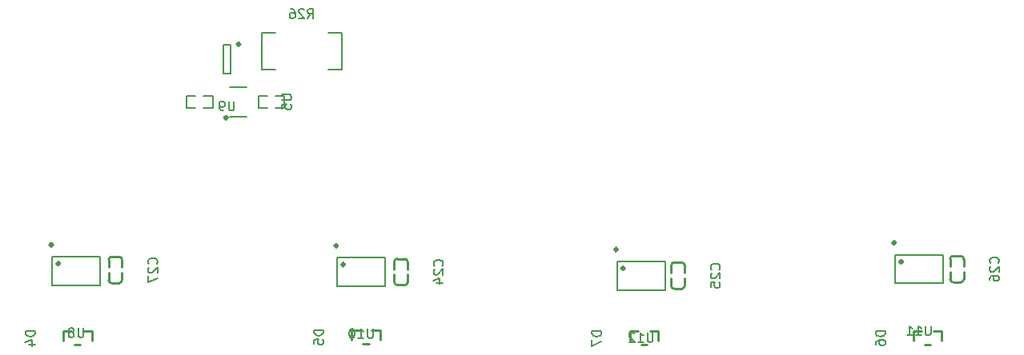
<source format=gbr>
%TF.GenerationSoftware,KiCad,Pcbnew,9.0.6*%
%TF.CreationDate,2026-01-03T23:52:13+01:00*%
%TF.ProjectId,Artnet-Node,4172746e-6574-42d4-9e6f-64652e6b6963,rev?*%
%TF.SameCoordinates,Original*%
%TF.FileFunction,Legend,Bot*%
%TF.FilePolarity,Positive*%
%FSLAX46Y46*%
G04 Gerber Fmt 4.6, Leading zero omitted, Abs format (unit mm)*
G04 Created by KiCad (PCBNEW 9.0.6) date 2026-01-03 23:52:13*
%MOMM*%
%LPD*%
G01*
G04 APERTURE LIST*
%ADD10C,0.150000*%
%ADD11C,0.300000*%
%ADD12C,0.250000*%
G04 APERTURE END LIST*
D10*
X134904819Y-97438095D02*
X135714342Y-97438095D01*
X135714342Y-97438095D02*
X135809580Y-97485714D01*
X135809580Y-97485714D02*
X135857200Y-97533333D01*
X135857200Y-97533333D02*
X135904819Y-97628571D01*
X135904819Y-97628571D02*
X135904819Y-97819047D01*
X135904819Y-97819047D02*
X135857200Y-97914285D01*
X135857200Y-97914285D02*
X135809580Y-97961904D01*
X135809580Y-97961904D02*
X135714342Y-98009523D01*
X135714342Y-98009523D02*
X134904819Y-98009523D01*
X134904819Y-98961904D02*
X134904819Y-98485714D01*
X134904819Y-98485714D02*
X135381009Y-98438095D01*
X135381009Y-98438095D02*
X135333390Y-98485714D01*
X135333390Y-98485714D02*
X135285771Y-98580952D01*
X135285771Y-98580952D02*
X135285771Y-98819047D01*
X135285771Y-98819047D02*
X135333390Y-98914285D01*
X135333390Y-98914285D02*
X135381009Y-98961904D01*
X135381009Y-98961904D02*
X135476247Y-99009523D01*
X135476247Y-99009523D02*
X135714342Y-99009523D01*
X135714342Y-99009523D02*
X135809580Y-98961904D01*
X135809580Y-98961904D02*
X135857200Y-98914285D01*
X135857200Y-98914285D02*
X135904819Y-98819047D01*
X135904819Y-98819047D02*
X135904819Y-98580952D01*
X135904819Y-98580952D02*
X135857200Y-98485714D01*
X135857200Y-98485714D02*
X135809580Y-98438095D01*
X210659580Y-115257142D02*
X210707200Y-115209523D01*
X210707200Y-115209523D02*
X210754819Y-115066666D01*
X210754819Y-115066666D02*
X210754819Y-114971428D01*
X210754819Y-114971428D02*
X210707200Y-114828571D01*
X210707200Y-114828571D02*
X210611961Y-114733333D01*
X210611961Y-114733333D02*
X210516723Y-114685714D01*
X210516723Y-114685714D02*
X210326247Y-114638095D01*
X210326247Y-114638095D02*
X210183390Y-114638095D01*
X210183390Y-114638095D02*
X209992914Y-114685714D01*
X209992914Y-114685714D02*
X209897676Y-114733333D01*
X209897676Y-114733333D02*
X209802438Y-114828571D01*
X209802438Y-114828571D02*
X209754819Y-114971428D01*
X209754819Y-114971428D02*
X209754819Y-115066666D01*
X209754819Y-115066666D02*
X209802438Y-115209523D01*
X209802438Y-115209523D02*
X209850057Y-115257142D01*
X209850057Y-115638095D02*
X209802438Y-115685714D01*
X209802438Y-115685714D02*
X209754819Y-115780952D01*
X209754819Y-115780952D02*
X209754819Y-116019047D01*
X209754819Y-116019047D02*
X209802438Y-116114285D01*
X209802438Y-116114285D02*
X209850057Y-116161904D01*
X209850057Y-116161904D02*
X209945295Y-116209523D01*
X209945295Y-116209523D02*
X210040533Y-116209523D01*
X210040533Y-116209523D02*
X210183390Y-116161904D01*
X210183390Y-116161904D02*
X210754819Y-115590476D01*
X210754819Y-115590476D02*
X210754819Y-116209523D01*
X209754819Y-117066666D02*
X209754819Y-116876190D01*
X209754819Y-116876190D02*
X209802438Y-116780952D01*
X209802438Y-116780952D02*
X209850057Y-116733333D01*
X209850057Y-116733333D02*
X209992914Y-116638095D01*
X209992914Y-116638095D02*
X210183390Y-116590476D01*
X210183390Y-116590476D02*
X210564342Y-116590476D01*
X210564342Y-116590476D02*
X210659580Y-116638095D01*
X210659580Y-116638095D02*
X210707200Y-116685714D01*
X210707200Y-116685714D02*
X210754819Y-116780952D01*
X210754819Y-116780952D02*
X210754819Y-116971428D01*
X210754819Y-116971428D02*
X210707200Y-117066666D01*
X210707200Y-117066666D02*
X210659580Y-117114285D01*
X210659580Y-117114285D02*
X210564342Y-117161904D01*
X210564342Y-117161904D02*
X210326247Y-117161904D01*
X210326247Y-117161904D02*
X210231009Y-117114285D01*
X210231009Y-117114285D02*
X210183390Y-117066666D01*
X210183390Y-117066666D02*
X210135771Y-116971428D01*
X210135771Y-116971428D02*
X210135771Y-116780952D01*
X210135771Y-116780952D02*
X210183390Y-116685714D01*
X210183390Y-116685714D02*
X210231009Y-116638095D01*
X210231009Y-116638095D02*
X210326247Y-116590476D01*
X168704819Y-122461905D02*
X167704819Y-122461905D01*
X167704819Y-122461905D02*
X167704819Y-122700000D01*
X167704819Y-122700000D02*
X167752438Y-122842857D01*
X167752438Y-122842857D02*
X167847676Y-122938095D01*
X167847676Y-122938095D02*
X167942914Y-122985714D01*
X167942914Y-122985714D02*
X168133390Y-123033333D01*
X168133390Y-123033333D02*
X168276247Y-123033333D01*
X168276247Y-123033333D02*
X168466723Y-122985714D01*
X168466723Y-122985714D02*
X168561961Y-122938095D01*
X168561961Y-122938095D02*
X168657200Y-122842857D01*
X168657200Y-122842857D02*
X168704819Y-122700000D01*
X168704819Y-122700000D02*
X168704819Y-122461905D01*
X167704819Y-123366667D02*
X167704819Y-124033333D01*
X167704819Y-124033333D02*
X168704819Y-123604762D01*
X181159580Y-115957142D02*
X181207200Y-115909523D01*
X181207200Y-115909523D02*
X181254819Y-115766666D01*
X181254819Y-115766666D02*
X181254819Y-115671428D01*
X181254819Y-115671428D02*
X181207200Y-115528571D01*
X181207200Y-115528571D02*
X181111961Y-115433333D01*
X181111961Y-115433333D02*
X181016723Y-115385714D01*
X181016723Y-115385714D02*
X180826247Y-115338095D01*
X180826247Y-115338095D02*
X180683390Y-115338095D01*
X180683390Y-115338095D02*
X180492914Y-115385714D01*
X180492914Y-115385714D02*
X180397676Y-115433333D01*
X180397676Y-115433333D02*
X180302438Y-115528571D01*
X180302438Y-115528571D02*
X180254819Y-115671428D01*
X180254819Y-115671428D02*
X180254819Y-115766666D01*
X180254819Y-115766666D02*
X180302438Y-115909523D01*
X180302438Y-115909523D02*
X180350057Y-115957142D01*
X180350057Y-116338095D02*
X180302438Y-116385714D01*
X180302438Y-116385714D02*
X180254819Y-116480952D01*
X180254819Y-116480952D02*
X180254819Y-116719047D01*
X180254819Y-116719047D02*
X180302438Y-116814285D01*
X180302438Y-116814285D02*
X180350057Y-116861904D01*
X180350057Y-116861904D02*
X180445295Y-116909523D01*
X180445295Y-116909523D02*
X180540533Y-116909523D01*
X180540533Y-116909523D02*
X180683390Y-116861904D01*
X180683390Y-116861904D02*
X181254819Y-116290476D01*
X181254819Y-116290476D02*
X181254819Y-116909523D01*
X180254819Y-117814285D02*
X180254819Y-117338095D01*
X180254819Y-117338095D02*
X180731009Y-117290476D01*
X180731009Y-117290476D02*
X180683390Y-117338095D01*
X180683390Y-117338095D02*
X180635771Y-117433333D01*
X180635771Y-117433333D02*
X180635771Y-117671428D01*
X180635771Y-117671428D02*
X180683390Y-117766666D01*
X180683390Y-117766666D02*
X180731009Y-117814285D01*
X180731009Y-117814285D02*
X180826247Y-117861904D01*
X180826247Y-117861904D02*
X181064342Y-117861904D01*
X181064342Y-117861904D02*
X181159580Y-117814285D01*
X181159580Y-117814285D02*
X181207200Y-117766666D01*
X181207200Y-117766666D02*
X181254819Y-117671428D01*
X181254819Y-117671428D02*
X181254819Y-117433333D01*
X181254819Y-117433333D02*
X181207200Y-117338095D01*
X181207200Y-117338095D02*
X181159580Y-117290476D01*
X121659580Y-115357142D02*
X121707200Y-115309523D01*
X121707200Y-115309523D02*
X121754819Y-115166666D01*
X121754819Y-115166666D02*
X121754819Y-115071428D01*
X121754819Y-115071428D02*
X121707200Y-114928571D01*
X121707200Y-114928571D02*
X121611961Y-114833333D01*
X121611961Y-114833333D02*
X121516723Y-114785714D01*
X121516723Y-114785714D02*
X121326247Y-114738095D01*
X121326247Y-114738095D02*
X121183390Y-114738095D01*
X121183390Y-114738095D02*
X120992914Y-114785714D01*
X120992914Y-114785714D02*
X120897676Y-114833333D01*
X120897676Y-114833333D02*
X120802438Y-114928571D01*
X120802438Y-114928571D02*
X120754819Y-115071428D01*
X120754819Y-115071428D02*
X120754819Y-115166666D01*
X120754819Y-115166666D02*
X120802438Y-115309523D01*
X120802438Y-115309523D02*
X120850057Y-115357142D01*
X120850057Y-115738095D02*
X120802438Y-115785714D01*
X120802438Y-115785714D02*
X120754819Y-115880952D01*
X120754819Y-115880952D02*
X120754819Y-116119047D01*
X120754819Y-116119047D02*
X120802438Y-116214285D01*
X120802438Y-116214285D02*
X120850057Y-116261904D01*
X120850057Y-116261904D02*
X120945295Y-116309523D01*
X120945295Y-116309523D02*
X121040533Y-116309523D01*
X121040533Y-116309523D02*
X121183390Y-116261904D01*
X121183390Y-116261904D02*
X121754819Y-115690476D01*
X121754819Y-115690476D02*
X121754819Y-116309523D01*
X120754819Y-116642857D02*
X120754819Y-117309523D01*
X120754819Y-117309523D02*
X121754819Y-116880952D01*
X137642857Y-89354819D02*
X137976190Y-88878628D01*
X138214285Y-89354819D02*
X138214285Y-88354819D01*
X138214285Y-88354819D02*
X137833333Y-88354819D01*
X137833333Y-88354819D02*
X137738095Y-88402438D01*
X137738095Y-88402438D02*
X137690476Y-88450057D01*
X137690476Y-88450057D02*
X137642857Y-88545295D01*
X137642857Y-88545295D02*
X137642857Y-88688152D01*
X137642857Y-88688152D02*
X137690476Y-88783390D01*
X137690476Y-88783390D02*
X137738095Y-88831009D01*
X137738095Y-88831009D02*
X137833333Y-88878628D01*
X137833333Y-88878628D02*
X138214285Y-88878628D01*
X137261904Y-88450057D02*
X137214285Y-88402438D01*
X137214285Y-88402438D02*
X137119047Y-88354819D01*
X137119047Y-88354819D02*
X136880952Y-88354819D01*
X136880952Y-88354819D02*
X136785714Y-88402438D01*
X136785714Y-88402438D02*
X136738095Y-88450057D01*
X136738095Y-88450057D02*
X136690476Y-88545295D01*
X136690476Y-88545295D02*
X136690476Y-88640533D01*
X136690476Y-88640533D02*
X136738095Y-88783390D01*
X136738095Y-88783390D02*
X137309523Y-89354819D01*
X137309523Y-89354819D02*
X136690476Y-89354819D01*
X135833333Y-88354819D02*
X136023809Y-88354819D01*
X136023809Y-88354819D02*
X136119047Y-88402438D01*
X136119047Y-88402438D02*
X136166666Y-88450057D01*
X136166666Y-88450057D02*
X136261904Y-88592914D01*
X136261904Y-88592914D02*
X136309523Y-88783390D01*
X136309523Y-88783390D02*
X136309523Y-89164342D01*
X136309523Y-89164342D02*
X136261904Y-89259580D01*
X136261904Y-89259580D02*
X136214285Y-89307200D01*
X136214285Y-89307200D02*
X136119047Y-89354819D01*
X136119047Y-89354819D02*
X135928571Y-89354819D01*
X135928571Y-89354819D02*
X135833333Y-89307200D01*
X135833333Y-89307200D02*
X135785714Y-89259580D01*
X135785714Y-89259580D02*
X135738095Y-89164342D01*
X135738095Y-89164342D02*
X135738095Y-88926247D01*
X135738095Y-88926247D02*
X135785714Y-88831009D01*
X135785714Y-88831009D02*
X135833333Y-88783390D01*
X135833333Y-88783390D02*
X135928571Y-88735771D01*
X135928571Y-88735771D02*
X136119047Y-88735771D01*
X136119047Y-88735771D02*
X136214285Y-88783390D01*
X136214285Y-88783390D02*
X136261904Y-88831009D01*
X136261904Y-88831009D02*
X136309523Y-88926247D01*
X139304819Y-122361905D02*
X138304819Y-122361905D01*
X138304819Y-122361905D02*
X138304819Y-122600000D01*
X138304819Y-122600000D02*
X138352438Y-122742857D01*
X138352438Y-122742857D02*
X138447676Y-122838095D01*
X138447676Y-122838095D02*
X138542914Y-122885714D01*
X138542914Y-122885714D02*
X138733390Y-122933333D01*
X138733390Y-122933333D02*
X138876247Y-122933333D01*
X138876247Y-122933333D02*
X139066723Y-122885714D01*
X139066723Y-122885714D02*
X139161961Y-122838095D01*
X139161961Y-122838095D02*
X139257200Y-122742857D01*
X139257200Y-122742857D02*
X139304819Y-122600000D01*
X139304819Y-122600000D02*
X139304819Y-122361905D01*
X138304819Y-123838095D02*
X138304819Y-123361905D01*
X138304819Y-123361905D02*
X138781009Y-123314286D01*
X138781009Y-123314286D02*
X138733390Y-123361905D01*
X138733390Y-123361905D02*
X138685771Y-123457143D01*
X138685771Y-123457143D02*
X138685771Y-123695238D01*
X138685771Y-123695238D02*
X138733390Y-123790476D01*
X138733390Y-123790476D02*
X138781009Y-123838095D01*
X138781009Y-123838095D02*
X138876247Y-123885714D01*
X138876247Y-123885714D02*
X139114342Y-123885714D01*
X139114342Y-123885714D02*
X139209580Y-123838095D01*
X139209580Y-123838095D02*
X139257200Y-123790476D01*
X139257200Y-123790476D02*
X139304819Y-123695238D01*
X139304819Y-123695238D02*
X139304819Y-123457143D01*
X139304819Y-123457143D02*
X139257200Y-123361905D01*
X139257200Y-123361905D02*
X139209580Y-123314286D01*
X113934404Y-122124819D02*
X113934404Y-122934342D01*
X113934404Y-122934342D02*
X113886785Y-123029580D01*
X113886785Y-123029580D02*
X113839166Y-123077200D01*
X113839166Y-123077200D02*
X113743928Y-123124819D01*
X113743928Y-123124819D02*
X113553452Y-123124819D01*
X113553452Y-123124819D02*
X113458214Y-123077200D01*
X113458214Y-123077200D02*
X113410595Y-123029580D01*
X113410595Y-123029580D02*
X113362976Y-122934342D01*
X113362976Y-122934342D02*
X113362976Y-122124819D01*
X112743928Y-122553390D02*
X112839166Y-122505771D01*
X112839166Y-122505771D02*
X112886785Y-122458152D01*
X112886785Y-122458152D02*
X112934404Y-122362914D01*
X112934404Y-122362914D02*
X112934404Y-122315295D01*
X112934404Y-122315295D02*
X112886785Y-122220057D01*
X112886785Y-122220057D02*
X112839166Y-122172438D01*
X112839166Y-122172438D02*
X112743928Y-122124819D01*
X112743928Y-122124819D02*
X112553452Y-122124819D01*
X112553452Y-122124819D02*
X112458214Y-122172438D01*
X112458214Y-122172438D02*
X112410595Y-122220057D01*
X112410595Y-122220057D02*
X112362976Y-122315295D01*
X112362976Y-122315295D02*
X112362976Y-122362914D01*
X112362976Y-122362914D02*
X112410595Y-122458152D01*
X112410595Y-122458152D02*
X112458214Y-122505771D01*
X112458214Y-122505771D02*
X112553452Y-122553390D01*
X112553452Y-122553390D02*
X112743928Y-122553390D01*
X112743928Y-122553390D02*
X112839166Y-122601009D01*
X112839166Y-122601009D02*
X112886785Y-122648628D01*
X112886785Y-122648628D02*
X112934404Y-122743866D01*
X112934404Y-122743866D02*
X112934404Y-122934342D01*
X112934404Y-122934342D02*
X112886785Y-123029580D01*
X112886785Y-123029580D02*
X112839166Y-123077200D01*
X112839166Y-123077200D02*
X112743928Y-123124819D01*
X112743928Y-123124819D02*
X112553452Y-123124819D01*
X112553452Y-123124819D02*
X112458214Y-123077200D01*
X112458214Y-123077200D02*
X112410595Y-123029580D01*
X112410595Y-123029580D02*
X112362976Y-122934342D01*
X112362976Y-122934342D02*
X112362976Y-122743866D01*
X112362976Y-122743866D02*
X112410595Y-122648628D01*
X112410595Y-122648628D02*
X112458214Y-122601009D01*
X112458214Y-122601009D02*
X112553452Y-122553390D01*
X108804819Y-122461905D02*
X107804819Y-122461905D01*
X107804819Y-122461905D02*
X107804819Y-122700000D01*
X107804819Y-122700000D02*
X107852438Y-122842857D01*
X107852438Y-122842857D02*
X107947676Y-122938095D01*
X107947676Y-122938095D02*
X108042914Y-122985714D01*
X108042914Y-122985714D02*
X108233390Y-123033333D01*
X108233390Y-123033333D02*
X108376247Y-123033333D01*
X108376247Y-123033333D02*
X108566723Y-122985714D01*
X108566723Y-122985714D02*
X108661961Y-122938095D01*
X108661961Y-122938095D02*
X108757200Y-122842857D01*
X108757200Y-122842857D02*
X108804819Y-122700000D01*
X108804819Y-122700000D02*
X108804819Y-122461905D01*
X108138152Y-123890476D02*
X108804819Y-123890476D01*
X107757200Y-123652381D02*
X108471485Y-123414286D01*
X108471485Y-123414286D02*
X108471485Y-124033333D01*
X174138094Y-122624819D02*
X174138094Y-123434342D01*
X174138094Y-123434342D02*
X174090475Y-123529580D01*
X174090475Y-123529580D02*
X174042856Y-123577200D01*
X174042856Y-123577200D02*
X173947618Y-123624819D01*
X173947618Y-123624819D02*
X173757142Y-123624819D01*
X173757142Y-123624819D02*
X173661904Y-123577200D01*
X173661904Y-123577200D02*
X173614285Y-123529580D01*
X173614285Y-123529580D02*
X173566666Y-123434342D01*
X173566666Y-123434342D02*
X173566666Y-122624819D01*
X172566666Y-123624819D02*
X173138094Y-123624819D01*
X172852380Y-123624819D02*
X172852380Y-122624819D01*
X172852380Y-122624819D02*
X172947618Y-122767676D01*
X172947618Y-122767676D02*
X173042856Y-122862914D01*
X173042856Y-122862914D02*
X173138094Y-122910533D01*
X172185713Y-122720057D02*
X172138094Y-122672438D01*
X172138094Y-122672438D02*
X172042856Y-122624819D01*
X172042856Y-122624819D02*
X171804761Y-122624819D01*
X171804761Y-122624819D02*
X171709523Y-122672438D01*
X171709523Y-122672438D02*
X171661904Y-122720057D01*
X171661904Y-122720057D02*
X171614285Y-122815295D01*
X171614285Y-122815295D02*
X171614285Y-122910533D01*
X171614285Y-122910533D02*
X171661904Y-123053390D01*
X171661904Y-123053390D02*
X172233332Y-123624819D01*
X172233332Y-123624819D02*
X171614285Y-123624819D01*
X129861904Y-98134819D02*
X129861904Y-98944342D01*
X129861904Y-98944342D02*
X129814285Y-99039580D01*
X129814285Y-99039580D02*
X129766666Y-99087200D01*
X129766666Y-99087200D02*
X129671428Y-99134819D01*
X129671428Y-99134819D02*
X129480952Y-99134819D01*
X129480952Y-99134819D02*
X129385714Y-99087200D01*
X129385714Y-99087200D02*
X129338095Y-99039580D01*
X129338095Y-99039580D02*
X129290476Y-98944342D01*
X129290476Y-98944342D02*
X129290476Y-98134819D01*
X128766666Y-99134819D02*
X128576190Y-99134819D01*
X128576190Y-99134819D02*
X128480952Y-99087200D01*
X128480952Y-99087200D02*
X128433333Y-99039580D01*
X128433333Y-99039580D02*
X128338095Y-98896723D01*
X128338095Y-98896723D02*
X128290476Y-98706247D01*
X128290476Y-98706247D02*
X128290476Y-98325295D01*
X128290476Y-98325295D02*
X128338095Y-98230057D01*
X128338095Y-98230057D02*
X128385714Y-98182438D01*
X128385714Y-98182438D02*
X128480952Y-98134819D01*
X128480952Y-98134819D02*
X128671428Y-98134819D01*
X128671428Y-98134819D02*
X128766666Y-98182438D01*
X128766666Y-98182438D02*
X128814285Y-98230057D01*
X128814285Y-98230057D02*
X128861904Y-98325295D01*
X128861904Y-98325295D02*
X128861904Y-98563390D01*
X128861904Y-98563390D02*
X128814285Y-98658628D01*
X128814285Y-98658628D02*
X128766666Y-98706247D01*
X128766666Y-98706247D02*
X128671428Y-98753866D01*
X128671428Y-98753866D02*
X128480952Y-98753866D01*
X128480952Y-98753866D02*
X128385714Y-98706247D01*
X128385714Y-98706247D02*
X128338095Y-98658628D01*
X128338095Y-98658628D02*
X128290476Y-98563390D01*
X198704819Y-122461905D02*
X197704819Y-122461905D01*
X197704819Y-122461905D02*
X197704819Y-122700000D01*
X197704819Y-122700000D02*
X197752438Y-122842857D01*
X197752438Y-122842857D02*
X197847676Y-122938095D01*
X197847676Y-122938095D02*
X197942914Y-122985714D01*
X197942914Y-122985714D02*
X198133390Y-123033333D01*
X198133390Y-123033333D02*
X198276247Y-123033333D01*
X198276247Y-123033333D02*
X198466723Y-122985714D01*
X198466723Y-122985714D02*
X198561961Y-122938095D01*
X198561961Y-122938095D02*
X198657200Y-122842857D01*
X198657200Y-122842857D02*
X198704819Y-122700000D01*
X198704819Y-122700000D02*
X198704819Y-122461905D01*
X197704819Y-123890476D02*
X197704819Y-123700000D01*
X197704819Y-123700000D02*
X197752438Y-123604762D01*
X197752438Y-123604762D02*
X197800057Y-123557143D01*
X197800057Y-123557143D02*
X197942914Y-123461905D01*
X197942914Y-123461905D02*
X198133390Y-123414286D01*
X198133390Y-123414286D02*
X198514342Y-123414286D01*
X198514342Y-123414286D02*
X198609580Y-123461905D01*
X198609580Y-123461905D02*
X198657200Y-123509524D01*
X198657200Y-123509524D02*
X198704819Y-123604762D01*
X198704819Y-123604762D02*
X198704819Y-123795238D01*
X198704819Y-123795238D02*
X198657200Y-123890476D01*
X198657200Y-123890476D02*
X198609580Y-123938095D01*
X198609580Y-123938095D02*
X198514342Y-123985714D01*
X198514342Y-123985714D02*
X198276247Y-123985714D01*
X198276247Y-123985714D02*
X198181009Y-123938095D01*
X198181009Y-123938095D02*
X198133390Y-123890476D01*
X198133390Y-123890476D02*
X198085771Y-123795238D01*
X198085771Y-123795238D02*
X198085771Y-123604762D01*
X198085771Y-123604762D02*
X198133390Y-123509524D01*
X198133390Y-123509524D02*
X198181009Y-123461905D01*
X198181009Y-123461905D02*
X198276247Y-123414286D01*
X203538094Y-121924819D02*
X203538094Y-122734342D01*
X203538094Y-122734342D02*
X203490475Y-122829580D01*
X203490475Y-122829580D02*
X203442856Y-122877200D01*
X203442856Y-122877200D02*
X203347618Y-122924819D01*
X203347618Y-122924819D02*
X203157142Y-122924819D01*
X203157142Y-122924819D02*
X203061904Y-122877200D01*
X203061904Y-122877200D02*
X203014285Y-122829580D01*
X203014285Y-122829580D02*
X202966666Y-122734342D01*
X202966666Y-122734342D02*
X202966666Y-121924819D01*
X201966666Y-122924819D02*
X202538094Y-122924819D01*
X202252380Y-122924819D02*
X202252380Y-121924819D01*
X202252380Y-121924819D02*
X202347618Y-122067676D01*
X202347618Y-122067676D02*
X202442856Y-122162914D01*
X202442856Y-122162914D02*
X202538094Y-122210533D01*
X201014285Y-122924819D02*
X201585713Y-122924819D01*
X201299999Y-122924819D02*
X201299999Y-121924819D01*
X201299999Y-121924819D02*
X201395237Y-122067676D01*
X201395237Y-122067676D02*
X201490475Y-122162914D01*
X201490475Y-122162914D02*
X201585713Y-122210533D01*
X151859580Y-115557142D02*
X151907200Y-115509523D01*
X151907200Y-115509523D02*
X151954819Y-115366666D01*
X151954819Y-115366666D02*
X151954819Y-115271428D01*
X151954819Y-115271428D02*
X151907200Y-115128571D01*
X151907200Y-115128571D02*
X151811961Y-115033333D01*
X151811961Y-115033333D02*
X151716723Y-114985714D01*
X151716723Y-114985714D02*
X151526247Y-114938095D01*
X151526247Y-114938095D02*
X151383390Y-114938095D01*
X151383390Y-114938095D02*
X151192914Y-114985714D01*
X151192914Y-114985714D02*
X151097676Y-115033333D01*
X151097676Y-115033333D02*
X151002438Y-115128571D01*
X151002438Y-115128571D02*
X150954819Y-115271428D01*
X150954819Y-115271428D02*
X150954819Y-115366666D01*
X150954819Y-115366666D02*
X151002438Y-115509523D01*
X151002438Y-115509523D02*
X151050057Y-115557142D01*
X151050057Y-115938095D02*
X151002438Y-115985714D01*
X151002438Y-115985714D02*
X150954819Y-116080952D01*
X150954819Y-116080952D02*
X150954819Y-116319047D01*
X150954819Y-116319047D02*
X151002438Y-116414285D01*
X151002438Y-116414285D02*
X151050057Y-116461904D01*
X151050057Y-116461904D02*
X151145295Y-116509523D01*
X151145295Y-116509523D02*
X151240533Y-116509523D01*
X151240533Y-116509523D02*
X151383390Y-116461904D01*
X151383390Y-116461904D02*
X151954819Y-115890476D01*
X151954819Y-115890476D02*
X151954819Y-116509523D01*
X151288152Y-117366666D02*
X151954819Y-117366666D01*
X150907200Y-117128571D02*
X151621485Y-116890476D01*
X151621485Y-116890476D02*
X151621485Y-117509523D01*
X144538094Y-122224819D02*
X144538094Y-123034342D01*
X144538094Y-123034342D02*
X144490475Y-123129580D01*
X144490475Y-123129580D02*
X144442856Y-123177200D01*
X144442856Y-123177200D02*
X144347618Y-123224819D01*
X144347618Y-123224819D02*
X144157142Y-123224819D01*
X144157142Y-123224819D02*
X144061904Y-123177200D01*
X144061904Y-123177200D02*
X144014285Y-123129580D01*
X144014285Y-123129580D02*
X143966666Y-123034342D01*
X143966666Y-123034342D02*
X143966666Y-122224819D01*
X142966666Y-123224819D02*
X143538094Y-123224819D01*
X143252380Y-123224819D02*
X143252380Y-122224819D01*
X143252380Y-122224819D02*
X143347618Y-122367676D01*
X143347618Y-122367676D02*
X143442856Y-122462914D01*
X143442856Y-122462914D02*
X143538094Y-122510533D01*
X142347618Y-122224819D02*
X142252380Y-122224819D01*
X142252380Y-122224819D02*
X142157142Y-122272438D01*
X142157142Y-122272438D02*
X142109523Y-122320057D01*
X142109523Y-122320057D02*
X142061904Y-122415295D01*
X142061904Y-122415295D02*
X142014285Y-122605771D01*
X142014285Y-122605771D02*
X142014285Y-122843866D01*
X142014285Y-122843866D02*
X142061904Y-123034342D01*
X142061904Y-123034342D02*
X142109523Y-123129580D01*
X142109523Y-123129580D02*
X142157142Y-123177200D01*
X142157142Y-123177200D02*
X142252380Y-123224819D01*
X142252380Y-123224819D02*
X142347618Y-123224819D01*
X142347618Y-123224819D02*
X142442856Y-123177200D01*
X142442856Y-123177200D02*
X142490475Y-123129580D01*
X142490475Y-123129580D02*
X142538094Y-123034342D01*
X142538094Y-123034342D02*
X142585713Y-122843866D01*
X142585713Y-122843866D02*
X142585713Y-122605771D01*
X142585713Y-122605771D02*
X142538094Y-122415295D01*
X142538094Y-122415295D02*
X142490475Y-122320057D01*
X142490475Y-122320057D02*
X142442856Y-122272438D01*
X142442856Y-122272438D02*
X142347618Y-122224819D01*
%TO.C,U5*%
X129410000Y-96660000D02*
X131190000Y-96660000D01*
X129410000Y-99740000D02*
X131190000Y-99740000D01*
D11*
X129150000Y-99870000D02*
G75*
G02*
X128850000Y-99870000I-150000J0D01*
G01*
X128850000Y-99870000D02*
G75*
G02*
X129150000Y-99870000I150000J0D01*
G01*
D12*
%TO.C,C26*%
X205590000Y-115620000D02*
X205590000Y-114820000D01*
X205590000Y-116180000D02*
X205590000Y-116980000D01*
X205900000Y-117290000D02*
X206700000Y-117290000D01*
X206700000Y-114510000D02*
X205900000Y-114510000D01*
X207010000Y-115620000D02*
X207010000Y-114820000D01*
X207010000Y-116180000D02*
X207010000Y-116980000D01*
X205590000Y-114820000D02*
G75*
G02*
X205900000Y-114510000I310000J0D01*
G01*
X205900000Y-117290000D02*
G75*
G02*
X205590000Y-116980000I0J310000D01*
G01*
X206700000Y-114510000D02*
G75*
G02*
X207010000Y-114820000I0J-310000D01*
G01*
X207010000Y-116980000D02*
G75*
G02*
X206700000Y-117290000I-310000J0D01*
G01*
%TO.C,D7*%
X171700000Y-122500000D02*
X171700000Y-123500000D01*
X172560000Y-122500000D02*
X171700000Y-122500000D01*
X173510000Y-123900000D02*
X172880000Y-123900000D01*
X174700000Y-122500000D02*
X173830000Y-122500000D01*
X174700000Y-122500000D02*
X174700000Y-123500000D01*
%TO.C,C25*%
X176090000Y-116320000D02*
X176090000Y-115520000D01*
X176090000Y-116880000D02*
X176090000Y-117680000D01*
X176400000Y-117990000D02*
X177200000Y-117990000D01*
X177200000Y-115210000D02*
X176400000Y-115210000D01*
X177510000Y-116320000D02*
X177510000Y-115520000D01*
X177510000Y-116880000D02*
X177510000Y-117680000D01*
X176090000Y-115520000D02*
G75*
G02*
X176400000Y-115210000I310000J0D01*
G01*
X176400000Y-117990000D02*
G75*
G02*
X176090000Y-117680000I0J310000D01*
G01*
X177200000Y-115210000D02*
G75*
G02*
X177510000Y-115520000I0J-310000D01*
G01*
X177510000Y-117680000D02*
G75*
G02*
X177200000Y-117990000I-310000J0D01*
G01*
%TO.C,C27*%
X116590000Y-115720000D02*
X116590000Y-114920000D01*
X116590000Y-116280000D02*
X116590000Y-117080000D01*
X116900000Y-117390000D02*
X117700000Y-117390000D01*
X117700000Y-114610000D02*
X116900000Y-114610000D01*
X118010000Y-115720000D02*
X118010000Y-114920000D01*
X118010000Y-116280000D02*
X118010000Y-117080000D01*
X116590000Y-114920000D02*
G75*
G02*
X116900000Y-114610000I310000J0D01*
G01*
X116900000Y-117390000D02*
G75*
G02*
X116590000Y-117080000I0J310000D01*
G01*
X117700000Y-114610000D02*
G75*
G02*
X118010000Y-114920000I0J-310000D01*
G01*
X118010000Y-117080000D02*
G75*
G02*
X117700000Y-117390000I-310000J0D01*
G01*
D10*
%TO.C,R26*%
X132770000Y-90890000D02*
X134210000Y-90890000D01*
X132770000Y-94800000D02*
X132770000Y-90890000D01*
X134210000Y-94800000D02*
X132770000Y-94800000D01*
X139790000Y-94800000D02*
X141230000Y-94800000D01*
X141230000Y-90890000D02*
X139790000Y-90890000D01*
X141230000Y-94800000D02*
X141230000Y-90890000D01*
%TO.C,R23*%
X132410000Y-97540000D02*
X132410000Y-98860000D01*
X132410000Y-98860000D02*
X133370000Y-98860000D01*
X133370000Y-97540000D02*
X132410000Y-97540000D01*
X134230000Y-97540000D02*
X135190000Y-97540000D01*
X135190000Y-97540000D02*
X135190000Y-98860000D01*
X135190000Y-98860000D02*
X134230000Y-98860000D01*
D12*
%TO.C,D5*%
X142300000Y-122400000D02*
X142300000Y-123400000D01*
X143160000Y-122400000D02*
X142300000Y-122400000D01*
X144110000Y-123800000D02*
X143480000Y-123800000D01*
X145300000Y-122400000D02*
X144430000Y-122400000D01*
X145300000Y-122400000D02*
X145300000Y-123400000D01*
D10*
%TO.C,U8*%
X110642500Y-114580000D02*
X110642500Y-117620000D01*
X110642500Y-117620000D02*
X115702500Y-117620000D01*
X115702500Y-114580000D02*
X110642500Y-114580000D01*
X115702500Y-117620000D02*
X115702500Y-114580000D01*
D11*
X110672500Y-113330000D02*
G75*
G02*
X110372500Y-113330000I-150000J0D01*
G01*
X110372500Y-113330000D02*
G75*
G02*
X110672500Y-113330000I150000J0D01*
G01*
X111412500Y-115330000D02*
G75*
G02*
X111112500Y-115330000I-150000J0D01*
G01*
X111112500Y-115330000D02*
G75*
G02*
X111412500Y-115330000I150000J0D01*
G01*
D12*
%TO.C,D4*%
X111800000Y-122500000D02*
X111800000Y-123500000D01*
X112660000Y-122500000D02*
X111800000Y-122500000D01*
X113610000Y-123900000D02*
X112980000Y-123900000D01*
X114800000Y-122500000D02*
X113930000Y-122500000D01*
X114800000Y-122500000D02*
X114800000Y-123500000D01*
D10*
%TO.C,R22*%
X124810000Y-97540000D02*
X124810000Y-98860000D01*
X124810000Y-98860000D02*
X125770000Y-98860000D01*
X125770000Y-97540000D02*
X124810000Y-97540000D01*
X126630000Y-97540000D02*
X127590000Y-97540000D01*
X127590000Y-97540000D02*
X127590000Y-98860000D01*
X127590000Y-98860000D02*
X126630000Y-98860000D01*
%TO.C,U12*%
X170370000Y-115080000D02*
X170370000Y-118120000D01*
X170370000Y-118120000D02*
X175430000Y-118120000D01*
X175430000Y-115080000D02*
X170370000Y-115080000D01*
X175430000Y-118120000D02*
X175430000Y-115080000D01*
D11*
X170400000Y-113830000D02*
G75*
G02*
X170100000Y-113830000I-150000J0D01*
G01*
X170100000Y-113830000D02*
G75*
G02*
X170400000Y-113830000I150000J0D01*
G01*
X171140000Y-115830000D02*
G75*
G02*
X170840000Y-115830000I-150000J0D01*
G01*
X170840000Y-115830000D02*
G75*
G02*
X171140000Y-115830000I150000J0D01*
G01*
D10*
%TO.C,U9*%
X128730000Y-92170000D02*
X128730000Y-95230000D01*
X128730000Y-95230000D02*
X129470000Y-95230000D01*
X129470000Y-92170000D02*
X128730000Y-92170000D01*
X129470000Y-95230000D02*
X129470000Y-92170000D01*
D11*
X130480000Y-92090000D02*
G75*
G02*
X130180000Y-92090000I-150000J0D01*
G01*
X130180000Y-92090000D02*
G75*
G02*
X130480000Y-92090000I150000J0D01*
G01*
D12*
%TO.C,D6*%
X201700000Y-122500000D02*
X201700000Y-123500000D01*
X202560000Y-122500000D02*
X201700000Y-122500000D01*
X203510000Y-123900000D02*
X202880000Y-123900000D01*
X204700000Y-122500000D02*
X203830000Y-122500000D01*
X204700000Y-122500000D02*
X204700000Y-123500000D01*
D10*
%TO.C,U11*%
X199770000Y-114380000D02*
X199770000Y-117420000D01*
X199770000Y-117420000D02*
X204830000Y-117420000D01*
X204830000Y-114380000D02*
X199770000Y-114380000D01*
X204830000Y-117420000D02*
X204830000Y-114380000D01*
D11*
X199800000Y-113130000D02*
G75*
G02*
X199500000Y-113130000I-150000J0D01*
G01*
X199500000Y-113130000D02*
G75*
G02*
X199800000Y-113130000I150000J0D01*
G01*
X200540000Y-115130000D02*
G75*
G02*
X200240000Y-115130000I-150000J0D01*
G01*
X200240000Y-115130000D02*
G75*
G02*
X200540000Y-115130000I150000J0D01*
G01*
D12*
%TO.C,C24*%
X146790000Y-115920000D02*
X146790000Y-115120000D01*
X146790000Y-116480000D02*
X146790000Y-117280000D01*
X147100000Y-117590000D02*
X147900000Y-117590000D01*
X147900000Y-114810000D02*
X147100000Y-114810000D01*
X148210000Y-115920000D02*
X148210000Y-115120000D01*
X148210000Y-116480000D02*
X148210000Y-117280000D01*
X146790000Y-115120000D02*
G75*
G02*
X147100000Y-114810000I310000J0D01*
G01*
X147100000Y-117590000D02*
G75*
G02*
X146790000Y-117280000I0J310000D01*
G01*
X147900000Y-114810000D02*
G75*
G02*
X148210000Y-115120000I0J-310000D01*
G01*
X148210000Y-117280000D02*
G75*
G02*
X147900000Y-117590000I-310000J0D01*
G01*
D10*
%TO.C,U10*%
X140770000Y-114680000D02*
X140770000Y-117720000D01*
X140770000Y-117720000D02*
X145830000Y-117720000D01*
X145830000Y-114680000D02*
X140770000Y-114680000D01*
X145830000Y-117720000D02*
X145830000Y-114680000D01*
D11*
X140800000Y-113430000D02*
G75*
G02*
X140500000Y-113430000I-150000J0D01*
G01*
X140500000Y-113430000D02*
G75*
G02*
X140800000Y-113430000I150000J0D01*
G01*
X141540000Y-115430000D02*
G75*
G02*
X141240000Y-115430000I-150000J0D01*
G01*
X141240000Y-115430000D02*
G75*
G02*
X141540000Y-115430000I150000J0D01*
G01*
%TD*%
M02*

</source>
